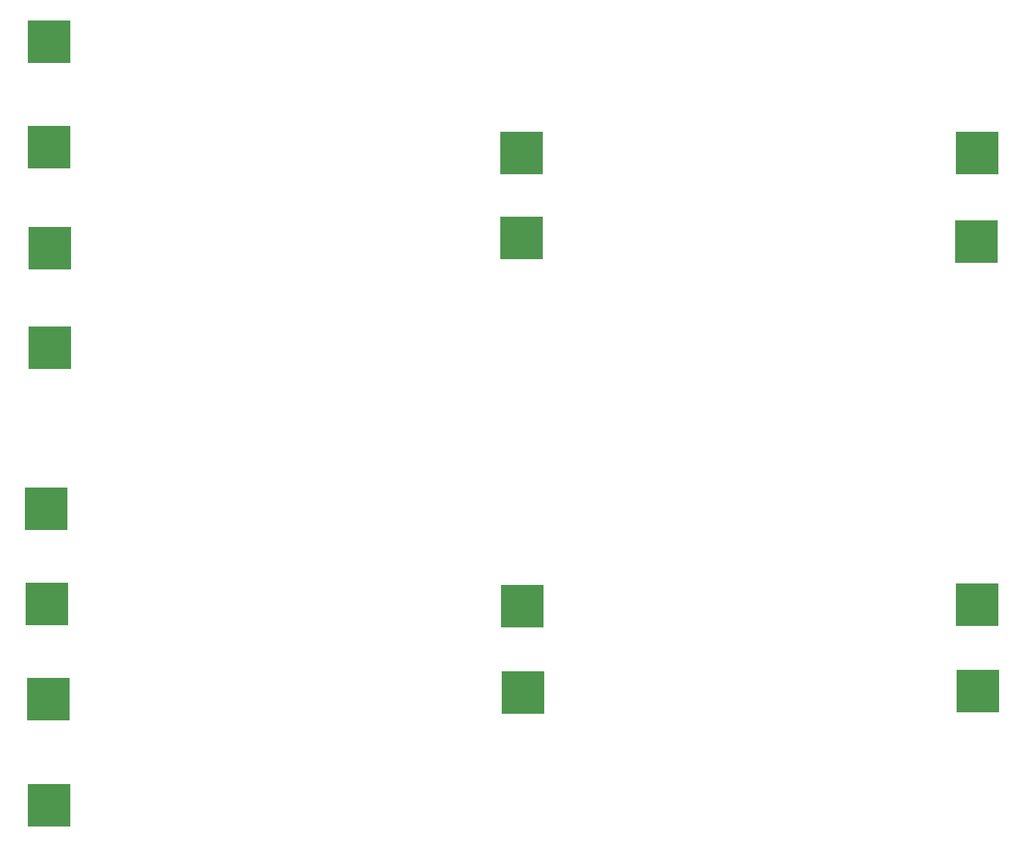
<source format=gtp>
G04 EAGLE Gerber RS-274X export*
G75*
%MOMM*%
%FSLAX34Y34*%
%LPD*%
%INSolderpaste Top*%
%IPPOS*%
%AMOC8*
5,1,8,0,0,1.08239X$1,22.5*%
G01*
%ADD10R,5.000000X5.000000*%


D10*
X780268Y570214D03*
X232850Y439932D03*
X231779Y562259D03*
X232923Y1200891D03*
X232348Y1323236D03*
X233336Y1084355D03*
X233831Y969259D03*
X230419Y672392D03*
X779911Y670447D03*
X1306263Y571907D03*
X1305777Y672054D03*
X778489Y1096242D03*
X779031Y1193813D03*
X1304864Y1091971D03*
X1305061Y1193930D03*
X229162Y782592D03*
M02*

</source>
